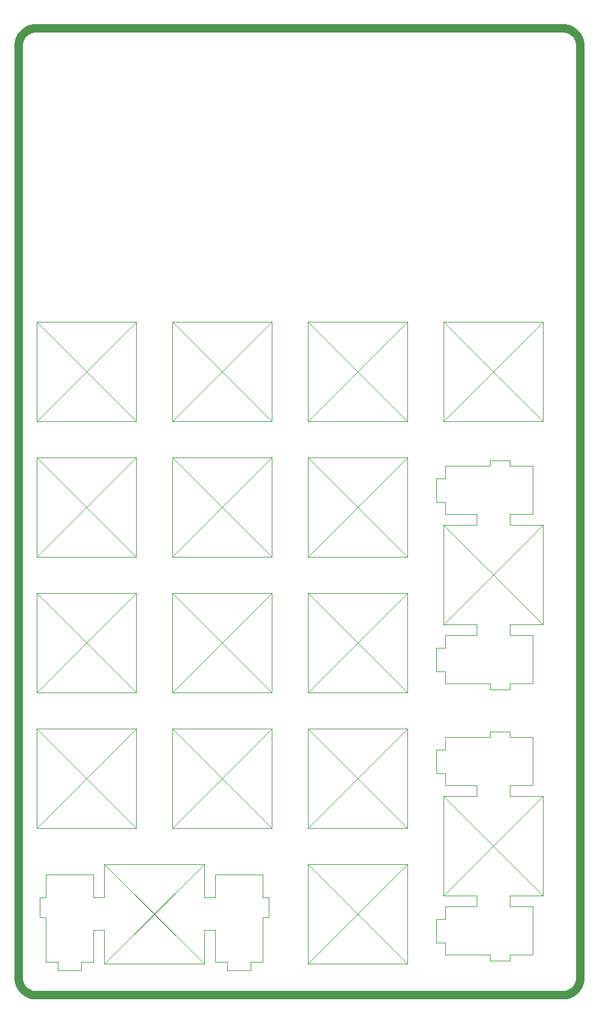
<source format=gm1>
G04*
G04 #@! TF.GenerationSoftware,Altium Limited,Altium Designer,22.9.1 (49)*
G04*
G04 Layer_Color=16711935*
%FSLAX25Y25*%
%MOIN*%
G70*
G04*
G04 #@! TF.SameCoordinates,9D6E7D6E-5856-4DC7-B93E-05E9B7285799*
G04*
G04*
G04 #@! TF.FilePolarity,Positive*
G04*
G01*
G75*
%ADD72C,0.04724*%
%ADD73C,0.00197*%
D72*
X5343Y11433D02*
X5343Y528134D01*
X5334Y11433D02*
X5342D01*
X5343Y528134D02*
X5435Y528904D01*
X15156Y2362D02*
X306300D01*
X307070Y2389D01*
X307841Y2480D01*
X308595Y2633D01*
X309338Y2844D01*
X310064Y3111D01*
X310764Y3436D01*
X311443Y3809D01*
X312084Y4239D01*
X312691Y4716D01*
X313254Y5243D01*
X313781Y5812D01*
X314259Y6419D01*
X314688Y7059D01*
X315067Y7739D01*
X315386Y8439D01*
X315659Y9165D01*
X315864Y9908D01*
X316022Y10662D01*
X316109Y11433D01*
X316141Y12202D01*
X9368Y4245D02*
X10008Y3816D01*
X8760Y4722D02*
X9368Y4245D01*
X8197Y5249D02*
X8760Y4722D01*
X7670Y5813D02*
X8197Y5249D01*
X7192Y6420D02*
X7670Y5813D01*
X10687Y3436D02*
X11387Y3116D01*
X10008Y3816D02*
X10687Y3436D01*
X13611Y2482D02*
X14381Y2395D01*
X12856Y2639D02*
X13611Y2482D01*
X12113Y2845D02*
X12856Y2639D01*
X11387Y3116D02*
X12113Y2845D01*
X14381Y2395D02*
X15156Y2362D01*
X6763Y7061D02*
X7192Y6420D01*
X6384Y7739D02*
X6763Y7061D01*
X6065Y8439D02*
X6384Y7739D01*
X5792Y9166D02*
X6065Y8439D01*
X5587Y9909D02*
X5792Y9166D01*
X5429Y10663D02*
X5587Y9909D01*
X5342Y11433D02*
X5429Y10663D01*
X316147Y527363D02*
X316147Y12202D01*
X316115Y528132D02*
X316147Y527363D01*
X316029Y528903D02*
X316115Y528132D01*
X315871Y529658D02*
X316029Y528903D01*
X315666Y530401D02*
X315871Y529658D01*
X315393Y531127D02*
X315666Y530401D01*
X315074Y531827D02*
X315393Y531127D01*
X314695Y532506D02*
X315074Y531827D01*
X314265Y533147D02*
X314695Y532506D01*
X313788Y533753D02*
X314265Y533147D01*
X313261Y534323D02*
X313788Y533753D01*
X312697Y534849D02*
X313261Y534323D01*
X312090Y535327D02*
X312697Y534849D01*
X311450Y535756D02*
X312090Y535327D01*
X310771Y536130D02*
X311450Y535756D01*
X310071Y536455D02*
X310771Y536130D01*
X309345Y536721D02*
X310071Y536455D01*
X308602Y536932D02*
X309345Y536721D01*
X307847Y537085D02*
X308602Y536932D01*
X307077Y537177D02*
X307847Y537085D01*
X306307Y537203D02*
X307077Y537177D01*
X15157Y537205D02*
X305512Y537203D01*
X14387Y537172D02*
X15157Y537205D01*
X13617Y537085D02*
X14387Y537172D01*
X12863Y536928D02*
X13617Y537085D01*
X12119Y536722D02*
X12863Y536928D01*
X11392Y536451D02*
X12119Y536722D01*
X10692Y536131D02*
X11392Y536451D01*
X10014Y535751D02*
X10692Y536131D01*
X9374Y535322D02*
X10014Y535751D01*
X8766Y534845D02*
X9374Y535322D01*
X8197Y534318D02*
X8766Y534845D01*
X7671Y533754D02*
X8197Y534318D01*
X7193Y533147D02*
X7671Y533754D01*
X6764Y532506D02*
X7193Y533147D01*
X6390Y531828D02*
X6764Y532506D01*
X6065Y531128D02*
X6390Y531828D01*
X5799Y530401D02*
X6065Y531128D01*
X5587Y529658D02*
X5799Y530401D01*
X5435Y528904D02*
X5587Y529658D01*
D73*
X90355Y374998D02*
X145471Y319883D01*
X90355Y374998D02*
X145471D01*
X90355Y319883D02*
X145471D01*
X90355Y94884D02*
X145471Y149998D01*
X90355Y94883D02*
Y149998D01*
X145471D01*
X276965Y295078D02*
Y298328D01*
X289682Y268506D02*
Y295078D01*
X258856Y262498D02*
Y268506D01*
X276965D02*
X289682D01*
X236536Y288292D02*
X241262D01*
X265942Y298328D02*
X276965D01*
Y262498D02*
Y268506D01*
X241262D02*
Y275297D01*
X236536D02*
X241262D01*
Y295078D02*
X265942D01*
Y298328D01*
X240356Y262498D02*
X258856D01*
X241262Y268506D02*
X258856D01*
X241262Y288292D02*
Y295078D01*
X236536Y275297D02*
Y288292D01*
X276965Y295078D02*
X289682D01*
X15355Y94883D02*
Y149998D01*
Y94884D02*
X70471Y149998D01*
X15355Y224998D02*
X70471D01*
X15355Y149998D02*
X70471Y94884D01*
X15355Y169884D02*
Y224998D01*
Y94883D02*
X70471D01*
X15355Y149998D02*
X70471D01*
X15355Y169884D02*
X70471Y224998D01*
X15355Y169884D02*
X70471D01*
X15355Y224998D02*
X70471Y169884D01*
X165356Y19883D02*
Y74999D01*
X295471Y57383D02*
Y112499D01*
X276965D02*
X295471D01*
X276965Y57383D02*
X295471D01*
X289682Y24804D02*
Y51377D01*
X240356Y112499D02*
X295472Y57384D01*
X20276Y20789D02*
Y45474D01*
X165356Y74999D02*
X220472Y19884D01*
X165356D02*
X220472Y74999D01*
X52855D02*
X107971Y19884D01*
X52855D02*
X107971Y74999D01*
X140550Y20789D02*
Y45474D01*
X240356Y57384D02*
X295472Y112499D01*
X220471Y19883D02*
Y74999D01*
X276965Y262498D02*
X295471D01*
X240356Y207383D02*
X295472Y262498D01*
X240356Y207383D02*
Y262498D01*
X295472Y207383D01*
X295471D02*
Y262498D01*
X276965Y207383D02*
X295471D01*
X240356Y319883D02*
X295472Y374998D01*
X240356D02*
X295472Y319883D01*
X240356D02*
X295471D01*
X240356D02*
Y374998D01*
X295471D01*
Y319883D02*
Y374998D01*
X145471Y319883D02*
Y374998D01*
X90355Y319883D02*
Y374998D01*
Y319883D02*
X145471Y374998D01*
X165356Y319883D02*
X220471D01*
X165356Y374998D02*
X220471D01*
X165356D02*
X220472Y319883D01*
X220471D02*
Y374998D01*
X165356Y319883D02*
Y374998D01*
Y319883D02*
X220472Y374998D01*
X90355Y299998D02*
X145471D01*
X90355Y244883D02*
X145471Y299998D01*
X145471Y244883D02*
Y299998D01*
X90355D02*
X145471Y244883D01*
X90355D02*
Y299998D01*
Y244883D02*
X145471D01*
X165356D02*
X220471D01*
X165356D02*
Y299998D01*
X220472Y244883D01*
X165356Y299998D02*
X220471D01*
X165356Y244883D02*
X220472Y299998D01*
X220471Y244883D02*
Y299998D01*
X15355Y244883D02*
X70471Y299998D01*
Y244883D02*
Y299998D01*
X15355D02*
X70471D01*
X15355Y319883D02*
X70471D01*
X15355Y299998D02*
X70471Y244883D01*
X15355Y374998D02*
X70471Y319883D01*
X15355Y374998D02*
X70471D01*
X15355Y319883D02*
Y374998D01*
Y319883D02*
X70471Y374998D01*
Y319883D02*
Y374998D01*
X15355Y244883D02*
X70471D01*
X15355D02*
Y299998D01*
X165356Y74999D02*
X220471D01*
X165356Y169884D02*
X220472Y224998D01*
X220471Y94883D02*
Y149998D01*
X165356Y94884D02*
X220472Y149998D01*
X165356Y169884D02*
Y224998D01*
Y94883D02*
X220471D01*
X165356Y149998D02*
X220472Y94884D01*
X220471Y169884D02*
Y224998D01*
X165356Y149998D02*
X220471D01*
X165356Y224998D02*
X220472Y169884D01*
X165356Y224998D02*
X220471D01*
X165356Y94883D02*
Y149998D01*
Y169884D02*
X220471D01*
X52855Y56498D02*
Y74999D01*
X107971Y56498D02*
Y74999D01*
X140550Y56498D02*
Y69216D01*
X113977Y56498D02*
Y69216D01*
X143800Y45474D02*
Y56498D01*
X140550Y45474D02*
X143800D01*
X113977Y69216D02*
X140550D01*
X52855Y74999D02*
X107971D01*
Y56498D02*
X113977D01*
X140550D02*
X143800D01*
X90355Y224998D02*
X145471D01*
Y94883D02*
Y149998D01*
X90355Y224998D02*
X145471Y169884D01*
X90355D02*
X145471Y224998D01*
X70471Y94883D02*
Y149998D01*
X90355D02*
X145471Y94884D01*
X90355Y94883D02*
X145471D01*
X70471Y169884D02*
Y224998D01*
X90355Y169884D02*
X145471D01*
Y224998D01*
X90355Y169884D02*
Y224998D01*
X20276Y69216D02*
X46850D01*
X17021Y45474D02*
X20276D01*
X17021D02*
Y56498D01*
X46850D02*
Y69216D01*
X20276Y56498D02*
Y69216D01*
X46850Y56498D02*
X52855D01*
X17021D02*
X20276D01*
X236536Y181596D02*
X241262D01*
Y194590D02*
Y201378D01*
X240356Y207383D02*
X258856D01*
X276965Y171554D02*
Y174804D01*
X258856Y201378D02*
Y207383D01*
X236536Y181596D02*
Y194590D01*
X241262Y201378D02*
X258856D01*
X241262Y174804D02*
X265942D01*
X276965Y201378D02*
Y207383D01*
X241262Y174804D02*
Y181596D01*
X265942Y171554D02*
Y174804D01*
X236536Y194590D02*
X241262D01*
X265942Y171554D02*
X276965D01*
X241262Y145078D02*
X265942D01*
X236536Y125298D02*
X241262D01*
X265942Y145078D02*
Y148334D01*
X236536Y125298D02*
Y138291D01*
X241262D01*
X276965Y145078D02*
Y148334D01*
X265942D02*
X276965D01*
X241262Y138291D02*
Y145078D01*
X276965Y174804D02*
X289682D01*
X276965Y145078D02*
X289682D01*
X276965Y51377D02*
Y57383D01*
X289682Y118505D02*
Y145078D01*
X276965Y51377D02*
X289682D01*
X276965Y201378D02*
X289682D01*
Y174804D02*
Y201378D01*
X276965Y118505D02*
X289682D01*
X276965Y112499D02*
Y118505D01*
X236536Y31596D02*
Y44590D01*
X258856Y51377D02*
Y57383D01*
X236536Y44590D02*
X241262D01*
Y51377D01*
X240356Y57383D02*
X258856D01*
X240356D02*
Y112499D01*
X258856D01*
Y118505D01*
X241262D02*
X258856D01*
X241262D02*
Y125298D01*
Y51377D02*
X258856D01*
X107971Y38389D02*
X113977D01*
X52855Y19883D02*
X107971D01*
X52855D02*
Y38389D01*
X46850D02*
X52855D01*
X107971Y19883D02*
Y38389D01*
X46850Y20789D02*
Y38389D01*
X113977Y20789D02*
Y38389D01*
X120764Y16063D02*
X133758D01*
X113977Y20789D02*
X120764D01*
X133758Y16063D02*
Y20789D01*
X120764Y16063D02*
Y20789D01*
X165356Y19883D02*
X220471D01*
X133758Y20789D02*
X140550D01*
X236536Y31596D02*
X241262D01*
X276965Y24804D02*
X289682D01*
X241262D02*
Y31596D01*
X265942Y21554D02*
Y24804D01*
X241262D02*
X265942D01*
Y21554D02*
X276965D01*
Y24804D01*
X40057Y16063D02*
Y20789D01*
X27063Y16063D02*
Y20789D01*
X20276D02*
X27063D01*
Y16063D02*
X40057D01*
Y20789D02*
X46850D01*
M02*

</source>
